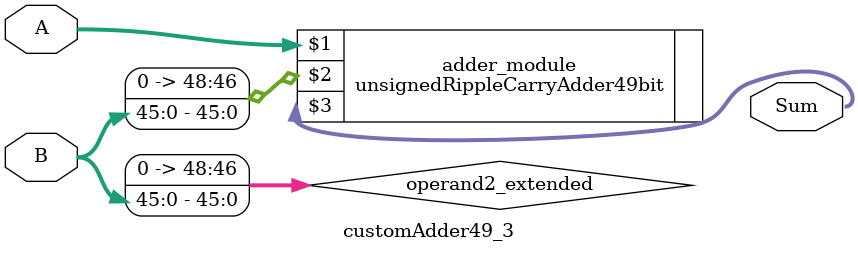
<source format=v>
module customAdder49_3(
                        input [48 : 0] A,
                        input [45 : 0] B,
                        
                        output [49 : 0] Sum
                );

        wire [48 : 0] operand2_extended;
        
        assign operand2_extended =  {3'b0, B};
        
        unsignedRippleCarryAdder49bit adder_module(
            A,
            operand2_extended,
            Sum
        );
        
        endmodule
        
</source>
